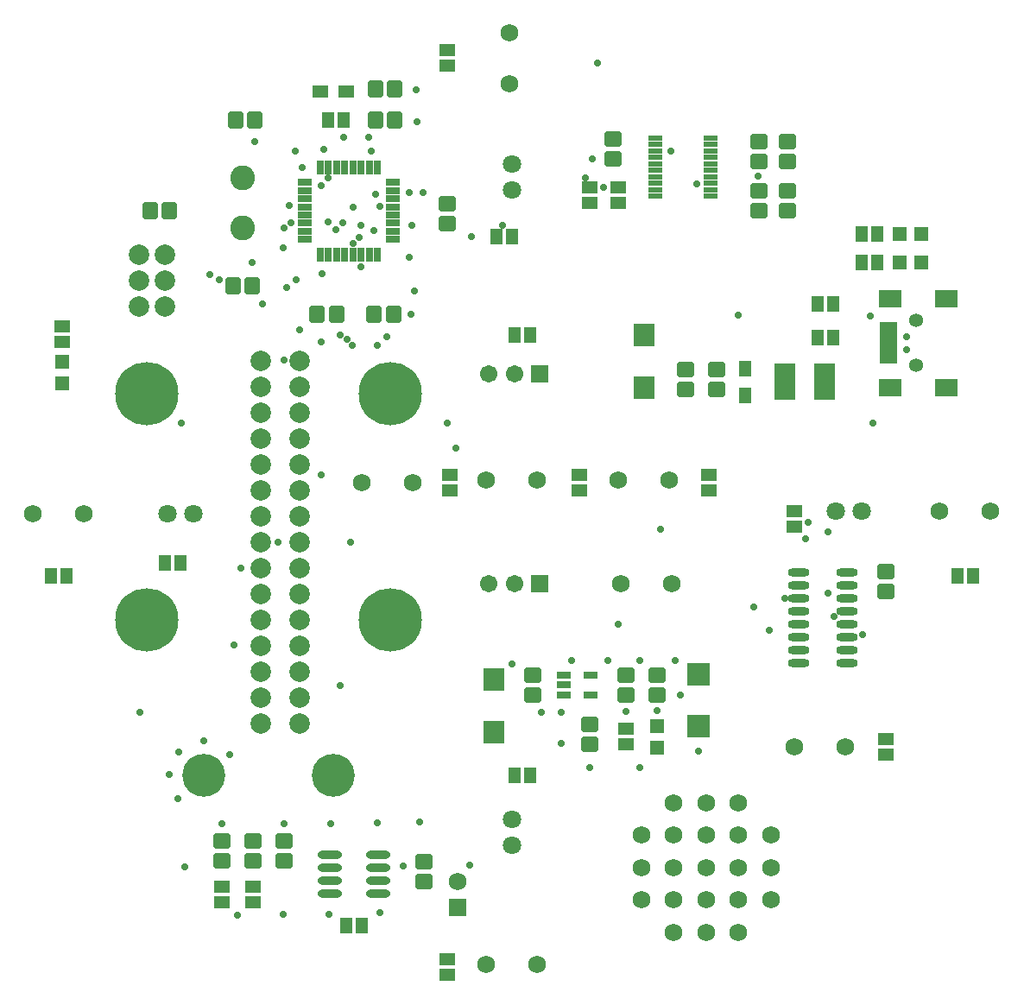
<source format=gts>
G04 Layer_Color=20142*
%FSAX24Y24*%
%MOIN*%
G70*
G01*
G75*
%ADD52R,0.0612X0.0454*%
G04:AMPARAMS|DCode=53|XSize=67.1mil|YSize=59.2mil|CornerRadius=6.6mil|HoleSize=0mil|Usage=FLASHONLY|Rotation=180.000|XOffset=0mil|YOffset=0mil|HoleType=Round|Shape=RoundedRectangle|*
%AMROUNDEDRECTD53*
21,1,0.0671,0.0461,0,0,180.0*
21,1,0.0539,0.0592,0,0,180.0*
1,1,0.0131,-0.0270,0.0230*
1,1,0.0131,0.0270,0.0230*
1,1,0.0131,0.0270,-0.0230*
1,1,0.0131,-0.0270,-0.0230*
%
%ADD53ROUNDEDRECTD53*%
%ADD54R,0.0867X0.0867*%
%ADD55R,0.0710X0.0356*%
%ADD56R,0.0867X0.0710*%
%ADD57R,0.0454X0.0612*%
%ADD58R,0.0830X0.1420*%
%ADD59R,0.0560X0.0560*%
%ADD60R,0.0530X0.0230*%
G04:AMPARAMS|DCode=61|XSize=67.1mil|YSize=59.2mil|CornerRadius=6.6mil|HoleSize=0mil|Usage=FLASHONLY|Rotation=90.000|XOffset=0mil|YOffset=0mil|HoleType=Round|Shape=RoundedRectangle|*
%AMROUNDEDRECTD61*
21,1,0.0671,0.0461,0,0,90.0*
21,1,0.0539,0.0592,0,0,90.0*
1,1,0.0131,0.0230,0.0270*
1,1,0.0131,0.0230,-0.0270*
1,1,0.0131,-0.0230,-0.0270*
1,1,0.0131,-0.0230,0.0270*
%
%ADD61ROUNDEDRECTD61*%
%ADD62R,0.0560X0.0560*%
%ADD63O,0.0828X0.0316*%
%ADD64O,0.0946X0.0316*%
%ADD65R,0.0828X0.0867*%
%ADD66R,0.0560X0.0300*%
%ADD67R,0.0474X0.0631*%
%ADD68R,0.0300X0.0580*%
%ADD69R,0.0580X0.0300*%
%ADD70R,0.0631X0.0474*%
%ADD71C,0.0534*%
%ADD72C,0.0789*%
%ADD73C,0.0680*%
%ADD74C,0.0710*%
%ADD75C,0.1655*%
%ADD76C,0.2442*%
%ADD77R,0.0671X0.0671*%
%ADD78C,0.0671*%
%ADD79C,0.0690*%
%ADD80R,0.0690X0.0690*%
%ADD81C,0.0955*%
%ADD82C,0.0280*%
D52*
X066250Y010095D02*
D03*
Y010705D02*
D03*
X083200Y019205D02*
D03*
Y018595D02*
D03*
X066250Y045805D02*
D03*
Y045195D02*
D03*
X071750Y040505D02*
D03*
Y039895D02*
D03*
X072850D02*
D03*
Y040505D02*
D03*
X073150Y018995D02*
D03*
Y019605D02*
D03*
X079650Y028005D02*
D03*
Y027395D02*
D03*
X057550Y012895D02*
D03*
Y013505D02*
D03*
X058750Y012895D02*
D03*
Y013505D02*
D03*
X076350Y028795D02*
D03*
Y029405D02*
D03*
X071350Y028795D02*
D03*
Y029405D02*
D03*
X066350Y028795D02*
D03*
Y029405D02*
D03*
X051400Y034545D02*
D03*
Y035155D02*
D03*
D53*
X076650Y033474D02*
D03*
Y032726D02*
D03*
X079400Y041526D02*
D03*
Y042274D02*
D03*
Y040374D02*
D03*
Y039626D02*
D03*
X078300Y040374D02*
D03*
Y039626D02*
D03*
Y041526D02*
D03*
Y042274D02*
D03*
X072650Y042374D02*
D03*
Y041626D02*
D03*
X075450Y033474D02*
D03*
Y032726D02*
D03*
X071750Y019774D02*
D03*
Y019026D02*
D03*
X083200Y025674D02*
D03*
Y024926D02*
D03*
X066250Y039874D02*
D03*
Y039126D02*
D03*
X059950Y014526D02*
D03*
Y015274D02*
D03*
X065350Y013726D02*
D03*
Y014474D02*
D03*
X058750Y015274D02*
D03*
Y014526D02*
D03*
X057550Y015274D02*
D03*
Y014526D02*
D03*
X069550Y021674D02*
D03*
Y020926D02*
D03*
X073150Y021674D02*
D03*
Y020926D02*
D03*
X074350Y021674D02*
D03*
Y020926D02*
D03*
D54*
X075950Y021700D02*
D03*
Y019700D02*
D03*
D55*
X083287Y033870D02*
D03*
Y034815D02*
D03*
Y035130D02*
D03*
Y034185D02*
D03*
Y034500D02*
D03*
D56*
X083366Y032787D02*
D03*
Y036213D02*
D03*
X085531Y032787D02*
D03*
Y036213D02*
D03*
D57*
X082855Y038700D02*
D03*
X082245D02*
D03*
X082855Y037600D02*
D03*
X082245D02*
D03*
X068845Y017800D02*
D03*
X069455D02*
D03*
X081155Y034700D02*
D03*
X080545D02*
D03*
X081155Y036000D02*
D03*
X080545D02*
D03*
X068755Y038600D02*
D03*
X068145D02*
D03*
X062955Y012000D02*
D03*
X062345D02*
D03*
X068845Y034800D02*
D03*
X069455D02*
D03*
X061645Y043100D02*
D03*
X062255D02*
D03*
X050945Y025500D02*
D03*
X051555D02*
D03*
X085945D02*
D03*
X086555D02*
D03*
X055955Y026000D02*
D03*
X055345D02*
D03*
D58*
X080820Y033000D02*
D03*
X079282D02*
D03*
D59*
X083733Y037600D02*
D03*
X084567D02*
D03*
X083733Y038700D02*
D03*
X084567D02*
D03*
D60*
X076405Y041425D02*
D03*
Y041175D02*
D03*
Y040925D02*
D03*
Y040675D02*
D03*
Y040425D02*
D03*
Y040175D02*
D03*
Y041675D02*
D03*
Y041925D02*
D03*
Y042175D02*
D03*
Y042425D02*
D03*
X074295Y041175D02*
D03*
Y041425D02*
D03*
Y041675D02*
D03*
Y041925D02*
D03*
Y042175D02*
D03*
Y042425D02*
D03*
Y040925D02*
D03*
Y040675D02*
D03*
Y040425D02*
D03*
Y040175D02*
D03*
D61*
X055524Y039600D02*
D03*
X054776D02*
D03*
X063476Y043100D02*
D03*
X064224D02*
D03*
X058824D02*
D03*
X058076D02*
D03*
X058724Y036700D02*
D03*
X057976D02*
D03*
X061974Y035600D02*
D03*
X061226D02*
D03*
X064174D02*
D03*
X063426D02*
D03*
X063476Y044300D02*
D03*
X064224D02*
D03*
D62*
X074350Y018883D02*
D03*
Y019717D02*
D03*
X051400Y033767D02*
D03*
Y032933D02*
D03*
D63*
X079825Y025650D02*
D03*
Y025150D02*
D03*
Y024650D02*
D03*
Y024150D02*
D03*
Y023650D02*
D03*
Y023150D02*
D03*
Y022650D02*
D03*
Y022150D02*
D03*
X081675Y025650D02*
D03*
Y025150D02*
D03*
Y024650D02*
D03*
Y024150D02*
D03*
Y023650D02*
D03*
Y023150D02*
D03*
Y022650D02*
D03*
Y022150D02*
D03*
D64*
X063595Y013250D02*
D03*
Y013750D02*
D03*
Y014250D02*
D03*
Y014750D02*
D03*
X061705Y013250D02*
D03*
Y013750D02*
D03*
Y014250D02*
D03*
Y014750D02*
D03*
D65*
X068050Y021524D02*
D03*
Y019476D02*
D03*
X073850Y032776D02*
D03*
Y034824D02*
D03*
D66*
X070738Y021674D02*
D03*
Y021300D02*
D03*
Y020920D02*
D03*
X071770D02*
D03*
Y021674D02*
D03*
D67*
X077750Y033512D02*
D03*
Y032488D02*
D03*
D68*
X061348Y041290D02*
D03*
X061663D02*
D03*
X061978D02*
D03*
X062293D02*
D03*
X062610D02*
D03*
X062930D02*
D03*
X063240D02*
D03*
X063560D02*
D03*
Y037910D02*
D03*
X063240D02*
D03*
X062930D02*
D03*
X062610D02*
D03*
X062293D02*
D03*
X061978D02*
D03*
X061663D02*
D03*
X061348D02*
D03*
D69*
X064140Y040710D02*
D03*
Y040390D02*
D03*
Y040080D02*
D03*
Y039760D02*
D03*
Y039443D02*
D03*
Y039128D02*
D03*
Y038813D02*
D03*
Y038498D02*
D03*
X060760D02*
D03*
Y038813D02*
D03*
Y039128D02*
D03*
Y039443D02*
D03*
Y039760D02*
D03*
Y040080D02*
D03*
Y040390D02*
D03*
Y040710D02*
D03*
D70*
X062362Y044200D02*
D03*
X061338D02*
D03*
D71*
X084350Y035366D02*
D03*
Y033634D02*
D03*
D72*
X054350Y035900D02*
D03*
X055350D02*
D03*
X054350Y037900D02*
D03*
X055350D02*
D03*
Y036900D02*
D03*
X054350D02*
D03*
X059050Y033800D02*
D03*
Y032800D02*
D03*
Y031800D02*
D03*
Y030800D02*
D03*
Y029800D02*
D03*
Y028800D02*
D03*
Y027800D02*
D03*
Y026800D02*
D03*
Y025800D02*
D03*
Y024800D02*
D03*
Y023800D02*
D03*
Y022800D02*
D03*
Y021800D02*
D03*
Y020800D02*
D03*
Y019800D02*
D03*
X060550Y033800D02*
D03*
Y032800D02*
D03*
Y031800D02*
D03*
Y030800D02*
D03*
Y029800D02*
D03*
Y028800D02*
D03*
Y027800D02*
D03*
Y026800D02*
D03*
Y025800D02*
D03*
Y024800D02*
D03*
Y023800D02*
D03*
Y022800D02*
D03*
Y021800D02*
D03*
Y020800D02*
D03*
Y019800D02*
D03*
D73*
X068650Y046484D02*
D03*
Y044516D02*
D03*
X050266Y027900D02*
D03*
X052234D02*
D03*
X085266Y028000D02*
D03*
X087234D02*
D03*
X067766Y010500D02*
D03*
X069734D02*
D03*
X074934Y025200D02*
D03*
X072966D02*
D03*
X062966Y029100D02*
D03*
X064934D02*
D03*
X067766Y029200D02*
D03*
X069734D02*
D03*
X072866D02*
D03*
X074834D02*
D03*
X079666Y018900D02*
D03*
X081634D02*
D03*
X073750Y015500D02*
D03*
X075000D02*
D03*
X076250D02*
D03*
X077500D02*
D03*
X078750D02*
D03*
Y014250D02*
D03*
X077500D02*
D03*
X076250D02*
D03*
X075000D02*
D03*
X073750D02*
D03*
X078750Y013000D02*
D03*
X077500D02*
D03*
X076250D02*
D03*
X075000D02*
D03*
X073750D02*
D03*
X077500Y011750D02*
D03*
X076250D02*
D03*
X075000D02*
D03*
X077500Y016750D02*
D03*
X076250D02*
D03*
X075000D02*
D03*
D74*
X068750Y041400D02*
D03*
Y040400D02*
D03*
Y015100D02*
D03*
Y016100D02*
D03*
X082250Y028000D02*
D03*
X081250D02*
D03*
X055450Y027900D02*
D03*
X056450D02*
D03*
D75*
X056850Y017800D02*
D03*
X061850D02*
D03*
D76*
X064041Y023800D02*
D03*
X054659D02*
D03*
Y032552D02*
D03*
X064041D02*
D03*
D77*
X069834Y033300D02*
D03*
Y025200D02*
D03*
D78*
X068850Y033300D02*
D03*
X067866D02*
D03*
X068850Y025200D02*
D03*
X067866D02*
D03*
D79*
X066650Y013700D02*
D03*
D80*
Y012700D02*
D03*
D81*
X058350Y038939D02*
D03*
Y040861D02*
D03*
D82*
X074500Y027300D02*
D03*
X061390Y029420D02*
D03*
X067130Y014340D02*
D03*
X056130Y014290D02*
D03*
X065200Y016000D02*
D03*
X058140Y012420D02*
D03*
X059930Y012440D02*
D03*
X061700Y012450D02*
D03*
X063650Y012500D02*
D03*
X063550Y015980D02*
D03*
X061740Y015960D02*
D03*
X064540Y014310D02*
D03*
X057560Y015940D02*
D03*
X059960D02*
D03*
X059120Y036000D02*
D03*
X058720Y037614D02*
D03*
X059930Y038180D02*
D03*
X060150Y039800D02*
D03*
X065330Y040320D02*
D03*
X064790D02*
D03*
X061470Y041990D02*
D03*
X063545Y034400D02*
D03*
X062570D02*
D03*
X080960Y027210D02*
D03*
X063480Y040240D02*
D03*
X060560Y035000D02*
D03*
X062930Y039043D02*
D03*
X062380Y034660D02*
D03*
X062530Y026800D02*
D03*
X063430Y038840D02*
D03*
X063650Y039770D02*
D03*
X075870Y040640D02*
D03*
X060430Y036950D02*
D03*
X057460D02*
D03*
X062930Y037440D02*
D03*
X061430Y037190D02*
D03*
X061390Y034530D02*
D03*
X061663Y039193D02*
D03*
X082700Y031400D02*
D03*
X058290Y025800D02*
D03*
X060650Y041290D02*
D03*
X062220Y039160D02*
D03*
X072300Y040505D02*
D03*
X061663Y040880D02*
D03*
X058010Y022840D02*
D03*
X066250Y031420D02*
D03*
X080950Y024840D02*
D03*
X054385Y020230D02*
D03*
X079270Y024650D02*
D03*
X059714Y026800D02*
D03*
X062255Y042440D02*
D03*
X061370Y040570D02*
D03*
X062610Y039730D02*
D03*
X056000Y031420D02*
D03*
X062130Y021280D02*
D03*
Y034810D02*
D03*
X061950Y038890D02*
D03*
X081180Y023950D02*
D03*
X072850Y023640D02*
D03*
X066580Y030430D02*
D03*
X062840Y038570D02*
D03*
X062610Y038340D02*
D03*
X071580Y040880D02*
D03*
X059938Y038939D02*
D03*
X060040Y036660D02*
D03*
X082280Y023240D02*
D03*
X057070Y037130D02*
D03*
X080170Y027590D02*
D03*
X080100Y026940D02*
D03*
X078090Y024300D02*
D03*
X063230Y042440D02*
D03*
X071864Y041626D02*
D03*
X060210Y039128D02*
D03*
X069900Y020250D02*
D03*
X070650D02*
D03*
Y019050D02*
D03*
X071750Y018100D02*
D03*
X073150Y020284D02*
D03*
X074350Y020300D02*
D03*
X072450Y022250D02*
D03*
X073700D02*
D03*
X071050D02*
D03*
X075950Y018750D02*
D03*
X075250Y020900D02*
D03*
X075050Y022250D02*
D03*
X073700Y018100D02*
D03*
X084000Y034750D02*
D03*
Y034250D02*
D03*
X082600Y035550D02*
D03*
X063320Y041920D02*
D03*
X064787Y037810D02*
D03*
X060390Y041920D02*
D03*
X065040Y044270D02*
D03*
X065080Y043040D02*
D03*
X058814Y042268D02*
D03*
X077486Y035580D02*
D03*
X064984Y036500D02*
D03*
X063920Y034760D02*
D03*
X064850Y035600D02*
D03*
X055533Y017850D02*
D03*
X056850Y019150D02*
D03*
X057850Y018600D02*
D03*
X055900Y018700D02*
D03*
X055850Y016900D02*
D03*
X068744Y022120D02*
D03*
X059950Y033850D02*
D03*
X072050Y045300D02*
D03*
X074900Y041900D02*
D03*
X078250Y040950D02*
D03*
X078700Y023400D02*
D03*
X064900Y039050D02*
D03*
X067200Y038600D02*
D03*
X068380Y039040D02*
D03*
M02*

</source>
